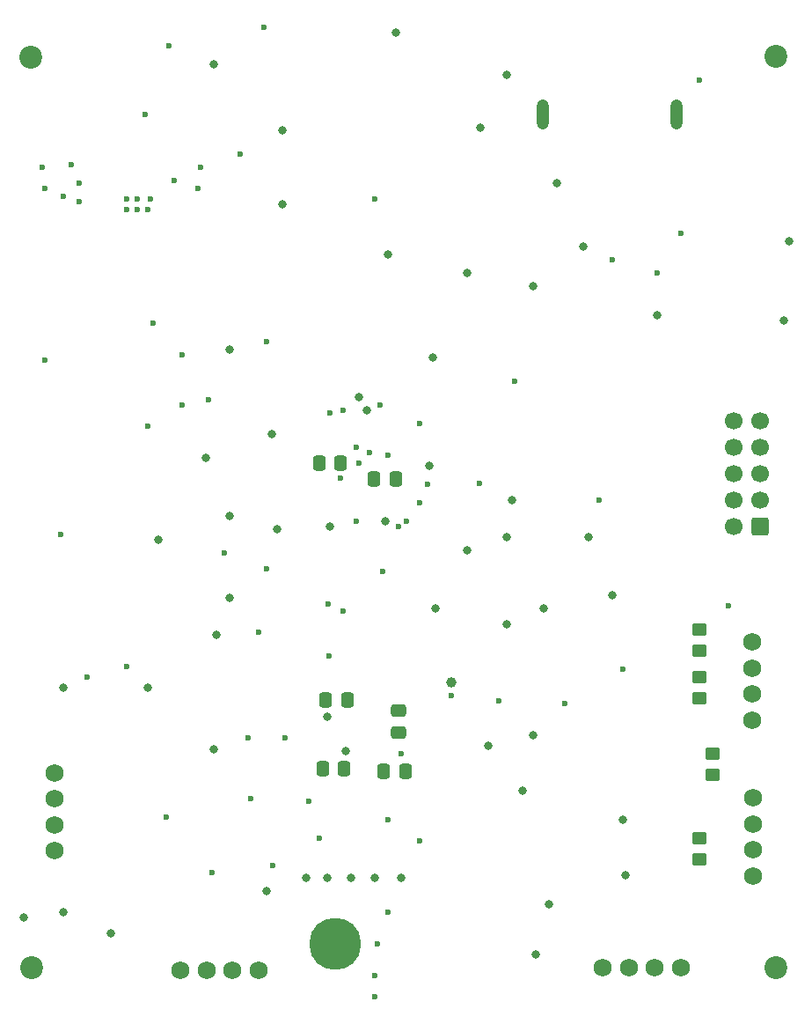
<source format=gbs>
G04 #@! TF.GenerationSoftware,KiCad,Pcbnew,8.0.5*
G04 #@! TF.CreationDate,2024-10-22T19:53:53-04:00*
G04 #@! TF.ProjectId,PCB_Schematic,5043425f-5363-4686-956d-617469632e6b,rev?*
G04 #@! TF.SameCoordinates,Original*
G04 #@! TF.FileFunction,Soldermask,Bot*
G04 #@! TF.FilePolarity,Negative*
%FSLAX46Y46*%
G04 Gerber Fmt 4.6, Leading zero omitted, Abs format (unit mm)*
G04 Created by KiCad (PCBNEW 8.0.5) date 2024-10-22 19:53:53*
%MOMM*%
%LPD*%
G01*
G04 APERTURE LIST*
G04 Aperture macros list*
%AMRoundRect*
0 Rectangle with rounded corners*
0 $1 Rounding radius*
0 $2 $3 $4 $5 $6 $7 $8 $9 X,Y pos of 4 corners*
0 Add a 4 corners polygon primitive as box body*
4,1,4,$2,$3,$4,$5,$6,$7,$8,$9,$2,$3,0*
0 Add four circle primitives for the rounded corners*
1,1,$1+$1,$2,$3*
1,1,$1+$1,$4,$5*
1,1,$1+$1,$6,$7*
1,1,$1+$1,$8,$9*
0 Add four rect primitives between the rounded corners*
20,1,$1+$1,$2,$3,$4,$5,0*
20,1,$1+$1,$4,$5,$6,$7,0*
20,1,$1+$1,$6,$7,$8,$9,0*
20,1,$1+$1,$8,$9,$2,$3,0*%
G04 Aperture macros list end*
%ADD10C,1.752600*%
%ADD11O,1.200000X2.900000*%
%ADD12RoundRect,0.250000X0.600000X0.600000X-0.600000X0.600000X-0.600000X-0.600000X0.600000X-0.600000X0*%
%ADD13C,1.700000*%
%ADD14C,2.200000*%
%ADD15RoundRect,0.250000X0.337500X0.475000X-0.337500X0.475000X-0.337500X-0.475000X0.337500X-0.475000X0*%
%ADD16RoundRect,0.250000X-0.475000X0.337500X-0.475000X-0.337500X0.475000X-0.337500X0.475000X0.337500X0*%
%ADD17RoundRect,0.250000X-0.337500X-0.475000X0.337500X-0.475000X0.337500X0.475000X-0.337500X0.475000X0*%
%ADD18RoundRect,0.250000X-0.450000X0.350000X-0.450000X-0.350000X0.450000X-0.350000X0.450000X0.350000X0*%
%ADD19RoundRect,0.250000X0.450000X-0.350000X0.450000X0.350000X-0.450000X0.350000X-0.450000X-0.350000X0*%
%ADD20C,0.600000*%
%ADD21C,0.800000*%
%ADD22C,5.000000*%
%ADD23C,1.000000*%
G04 APERTURE END LIST*
D10*
X161067597Y-99919200D03*
X161067597Y-97419200D03*
X161067597Y-94919200D03*
X161067597Y-92419200D03*
D11*
X153720000Y-41650000D03*
X140920000Y-41650000D03*
D10*
X161133000Y-114916000D03*
X161133000Y-112416000D03*
X161133000Y-109916000D03*
X161133000Y-107416000D03*
D12*
X161798000Y-81280000D03*
D13*
X159258000Y-81280000D03*
X161798000Y-78740000D03*
X159258000Y-78740000D03*
X161798000Y-76200000D03*
X159258000Y-76200000D03*
X161798000Y-73660000D03*
X159258000Y-73660000D03*
X161798000Y-71120000D03*
X159258000Y-71120000D03*
D10*
X113538000Y-123952000D03*
X111038000Y-123952000D03*
X108538000Y-123952000D03*
X106038000Y-123952000D03*
D14*
X91613000Y-36156000D03*
X163322000Y-123698000D03*
D10*
X93901500Y-104980500D03*
X93901500Y-107480500D03*
X93901500Y-109980500D03*
X93901500Y-112480500D03*
D14*
X163322000Y-36068000D03*
D10*
X154178000Y-123698000D03*
X151678000Y-123698000D03*
X149178000Y-123698000D03*
X146678000Y-123698000D03*
D14*
X91694000Y-123698000D03*
D15*
X126746000Y-76708000D03*
X124671000Y-76708000D03*
X127648000Y-104836000D03*
X125573000Y-104836000D03*
X121763000Y-104582000D03*
X119688000Y-104582000D03*
X121455000Y-75184000D03*
X119380000Y-75184000D03*
D16*
X127000000Y-99017000D03*
X127000000Y-101092000D03*
D17*
X119985000Y-97978000D03*
X122060000Y-97978000D03*
D18*
X157226000Y-103140000D03*
X157226000Y-105140000D03*
D19*
X155956000Y-113268000D03*
X155956000Y-111268000D03*
X155956000Y-93202000D03*
X155956000Y-91202000D03*
X155956000Y-97790000D03*
X155956000Y-95790000D03*
D20*
X114046000Y-33274000D03*
X106172000Y-64770000D03*
X138176000Y-67310000D03*
X129794000Y-77216000D03*
X129032000Y-78994000D03*
X127762000Y-80772000D03*
X127000000Y-81280000D03*
D21*
X123952000Y-70104000D03*
X123190000Y-68834000D03*
X114808000Y-72390000D03*
X125730000Y-80772000D03*
X120396000Y-81280000D03*
D20*
X132080000Y-97536000D03*
D21*
X137414000Y-37846000D03*
D20*
X151892000Y-56896000D03*
X147574000Y-55626000D03*
X125222000Y-69596000D03*
D21*
X145288000Y-82296000D03*
D20*
X122936000Y-73660000D03*
X118364000Y-107696000D03*
D21*
X133604000Y-56896000D03*
D20*
X124714000Y-124460000D03*
X92964000Y-48768000D03*
D21*
X164592000Y-53848000D03*
D20*
X120396000Y-70358000D03*
D21*
X147574000Y-87884000D03*
D20*
X148590000Y-94996000D03*
D21*
X133604000Y-83566000D03*
X103886000Y-82550000D03*
X125984000Y-55118000D03*
D20*
X111760000Y-45466000D03*
X108712000Y-69088000D03*
X114300000Y-85344000D03*
X100838000Y-50800000D03*
D21*
X151892000Y-60960000D03*
X130556000Y-89154000D03*
X94742000Y-96774000D03*
X139954000Y-58166000D03*
X108458000Y-74676000D03*
D20*
X100838000Y-94742000D03*
X101854000Y-50800000D03*
X114300000Y-63500000D03*
X109037500Y-114565500D03*
X113538000Y-91440000D03*
D21*
X110744000Y-88138000D03*
X148844000Y-114808000D03*
D20*
X112522000Y-101600000D03*
D21*
X134874000Y-42926000D03*
D20*
X104648000Y-109220000D03*
D21*
X164084000Y-61468000D03*
D20*
X96266000Y-48260000D03*
D21*
X137922000Y-78740000D03*
D20*
X121666000Y-70104000D03*
D21*
X144780000Y-54356000D03*
D20*
X100838000Y-49784000D03*
D21*
X102870000Y-96774000D03*
D20*
X103124000Y-49784000D03*
D21*
X141478000Y-117602000D03*
X130302000Y-65024000D03*
D20*
X124714000Y-126492000D03*
X154178000Y-53086000D03*
X107950000Y-46736000D03*
X94488000Y-82042000D03*
X102870000Y-50800000D03*
X134820000Y-77149000D03*
D21*
X109474000Y-91694000D03*
X137414000Y-82296000D03*
X138938000Y-106680000D03*
D20*
X121666000Y-89408000D03*
X120291000Y-93726000D03*
X116078000Y-101600000D03*
D21*
X99314000Y-120396000D03*
X90932000Y-118872000D03*
D20*
X155956000Y-38354000D03*
X92964000Y-65278000D03*
D21*
X137414000Y-90678000D03*
D20*
X119380000Y-111252000D03*
X103378000Y-61722000D03*
X158750000Y-88900000D03*
D21*
X94742000Y-118364000D03*
D20*
X101854000Y-49784000D03*
D21*
X110744000Y-64262000D03*
X140970000Y-89154000D03*
D20*
X129032000Y-111506000D03*
X97028000Y-95758000D03*
D21*
X110744000Y-80264000D03*
D20*
X114935000Y-113919000D03*
X122936000Y-80772000D03*
D21*
X142240000Y-48260000D03*
D20*
X94742000Y-49530000D03*
D21*
X126746000Y-33782000D03*
D20*
X102870000Y-71628000D03*
X110236000Y-83820000D03*
X96266000Y-50038000D03*
X95504000Y-46482000D03*
X104902000Y-35052000D03*
D21*
X114300000Y-116332000D03*
D20*
X125984000Y-118364000D03*
D21*
X115316000Y-81534000D03*
D20*
X106172000Y-69596000D03*
X92710000Y-46736000D03*
X124968000Y-121412000D03*
D22*
X120904000Y-121412000D03*
D21*
X140208000Y-122428000D03*
X148590000Y-109474000D03*
X109220000Y-36830000D03*
D20*
X125984000Y-109474000D03*
X129032000Y-71374000D03*
X125984000Y-74422000D03*
X102616000Y-41656000D03*
D21*
X120142000Y-99568000D03*
D23*
X132080000Y-96266000D03*
D21*
X121920000Y-102870000D03*
D20*
X124714000Y-49784000D03*
X127254000Y-103124000D03*
X146304000Y-78740000D03*
X107696000Y-48768000D03*
X105410000Y-48006000D03*
X121455000Y-76665000D03*
X123190000Y-75184000D03*
X120269000Y-88773000D03*
X125476000Y-85598000D03*
D21*
X115824000Y-43180000D03*
X115824000Y-50292000D03*
X109220000Y-102713456D03*
X135636000Y-102362000D03*
D20*
X143002000Y-98298000D03*
D21*
X139954000Y-101346000D03*
D20*
X136652000Y-98044000D03*
X112776000Y-107442000D03*
D21*
X122428000Y-115062000D03*
X118110000Y-115062000D03*
X127254000Y-115062000D03*
X124714000Y-115062000D03*
X120142000Y-115062000D03*
D20*
X124206000Y-74168000D03*
D21*
X130005000Y-75438000D03*
M02*

</source>
